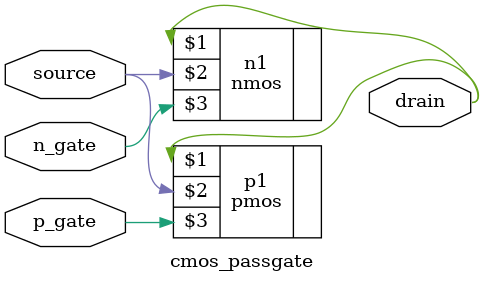
<source format=v>

`timescale 1ns / 1ps

module cmos_passgate(   input p_gate,
                        input n_gate,
                        input source,
                        output drain    );
                        
    // PMOS(drain, source, gate)
    pmos p1(drain, source, p_gate);
    
    // NMOS(drain, source, gate)                        
    nmos n1(drain, source, n_gate);
                           
endmodule

</source>
